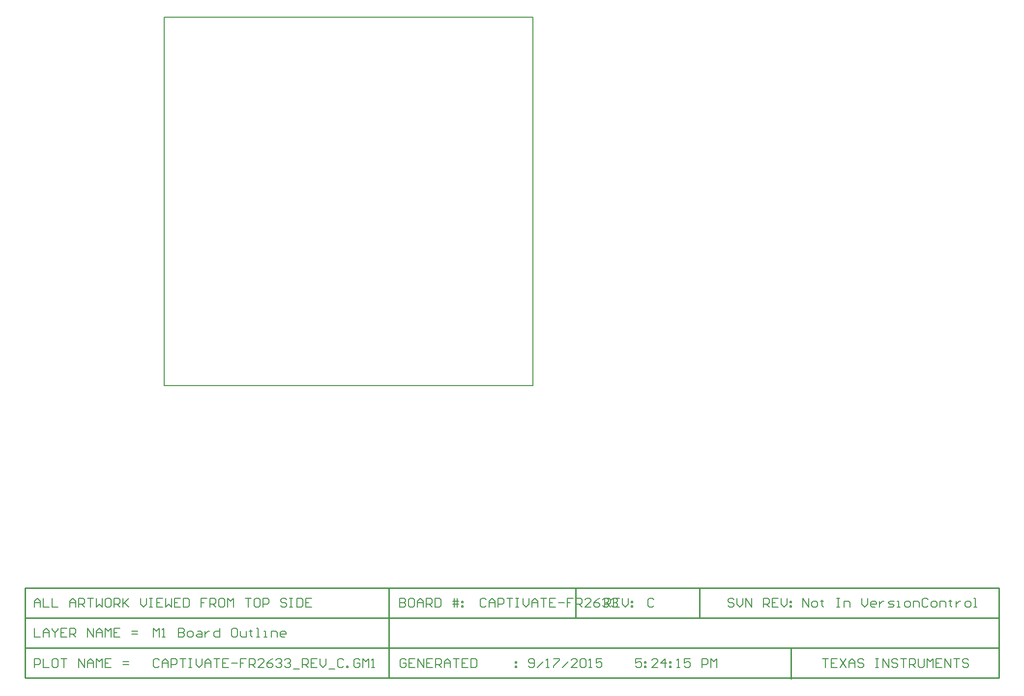
<source format=gm1>
%FSAX25Y25*%
%MOIN*%
G70*
G01*
G75*
G04 Layer_Color=7963671*
%ADD10C,0.00800*%
%ADD11C,0.00600*%
%ADD12C,0.03937*%
%ADD13R,0.02362X0.03150*%
%ADD14R,0.03937X0.03740*%
%ADD15R,0.03150X0.02362*%
%ADD16R,0.03150X0.03150*%
%ADD17R,0.03740X0.03937*%
%ADD18O,0.02362X0.00945*%
%ADD19O,0.00945X0.02362*%
%ADD20R,0.13583X0.13583*%
%ADD21R,0.03937X0.07087*%
%ADD22C,0.02000*%
%ADD23C,0.01000*%
%ADD24C,0.03000*%
%ADD25C,0.01200*%
%ADD26C,0.00787*%
%ADD27C,0.01500*%
%ADD28C,0.05000*%
%ADD29C,0.06000*%
%ADD30C,0.06496*%
%ADD31R,0.06496X0.06496*%
%ADD32C,0.08000*%
%ADD33R,0.05906X0.05906*%
%ADD34C,0.05906*%
%ADD35C,0.18110*%
%ADD36C,0.06299*%
%ADD37R,0.06496X0.06496*%
%ADD38R,0.06000X0.06000*%
%ADD39C,0.05000*%
%ADD40C,0.03400*%
%ADD41C,0.01969*%
%ADD42C,0.00984*%
%ADD43C,0.00700*%
%ADD44C,0.00050*%
%ADD45R,0.06299X0.01969*%
%ADD46R,0.05850X0.05850*%
%ADD47C,0.07874*%
%ADD48R,0.02962X0.03750*%
%ADD49R,0.04537X0.04340*%
%ADD50R,0.03750X0.02962*%
%ADD51R,0.03750X0.03750*%
%ADD52R,0.04340X0.04537*%
%ADD53O,0.02962X0.01545*%
%ADD54O,0.01545X0.02962*%
%ADD55R,0.14183X0.14183*%
%ADD56R,0.04537X0.07687*%
%ADD57C,0.06600*%
%ADD58C,0.07096*%
%ADD59R,0.07096X0.07096*%
%ADD60C,0.08600*%
%ADD61R,0.06506X0.06506*%
%ADD62C,0.06506*%
%ADD63C,0.18710*%
%ADD64C,0.06899*%
%ADD65R,0.07096X0.07096*%
%ADD66R,0.06600X0.06600*%
%ADD67C,0.02569*%
%ADD68C,0.00500*%
G54D10*
X0126900Y0067551D02*
Y0073549D01*
X0128899Y0071549D01*
X0130899Y0073549D01*
Y0067551D01*
X0132898D02*
X0134897D01*
X0133898D01*
Y0073549D01*
X0132898Y0072549D01*
X0143895Y0073549D02*
Y0067551D01*
X0146894D01*
X0147893Y0068550D01*
Y0069550D01*
X0146894Y0070550D01*
X0143895D01*
X0146894D01*
X0147893Y0071549D01*
Y0072549D01*
X0146894Y0073549D01*
X0143895D01*
X0150892Y0067551D02*
X0152892D01*
X0153891Y0068550D01*
Y0070550D01*
X0152892Y0071549D01*
X0150892D01*
X0149893Y0070550D01*
Y0068550D01*
X0150892Y0067551D01*
X0156890Y0071549D02*
X0158890D01*
X0159889Y0070550D01*
Y0067551D01*
X0156890D01*
X0155891Y0068550D01*
X0156890Y0069550D01*
X0159889D01*
X0161889Y0071549D02*
Y0067551D01*
Y0069550D01*
X0162888Y0070550D01*
X0163888Y0071549D01*
X0164888D01*
X0171885Y0073549D02*
Y0067551D01*
X0168886D01*
X0167887Y0068550D01*
Y0070550D01*
X0168886Y0071549D01*
X0171885D01*
X0182882Y0073549D02*
X0180883D01*
X0179883Y0072549D01*
Y0068550D01*
X0180883Y0067551D01*
X0182882D01*
X0183882Y0068550D01*
Y0072549D01*
X0182882Y0073549D01*
X0185881Y0071549D02*
Y0068550D01*
X0186881Y0067551D01*
X0189880D01*
Y0071549D01*
X0192879Y0072549D02*
Y0071549D01*
X0191879D01*
X0193878D01*
X0192879D01*
Y0068550D01*
X0193878Y0067551D01*
X0196877D02*
X0198877D01*
X0197877D01*
Y0073549D01*
X0196877D01*
X0201876Y0067551D02*
X0203875D01*
X0202875D01*
Y0071549D01*
X0201876D01*
X0206874Y0067551D02*
Y0071549D01*
X0209873D01*
X0210873Y0070550D01*
Y0067551D01*
X0215871D02*
X0213872D01*
X0212872Y0068550D01*
Y0070550D01*
X0213872Y0071549D01*
X0215871D01*
X0216871Y0070550D01*
Y0069550D01*
X0212872D01*
X0580500Y0052965D02*
X0584499D01*
X0582499D01*
Y0046966D01*
X0590497Y0052965D02*
X0586498D01*
Y0046966D01*
X0590497D01*
X0586498Y0049966D02*
X0588497D01*
X0592496Y0052965D02*
X0596495Y0046966D01*
Y0052965D02*
X0592496Y0046966D01*
X0598494D02*
Y0050965D01*
X0600493Y0052965D01*
X0602493Y0050965D01*
Y0046966D01*
Y0049966D01*
X0598494D01*
X0608491Y0051965D02*
X0607491Y0052965D01*
X0605492D01*
X0604492Y0051965D01*
Y0050965D01*
X0605492Y0049966D01*
X0607491D01*
X0608491Y0048966D01*
Y0047966D01*
X0607491Y0046966D01*
X0605492D01*
X0604492Y0047966D01*
X0616488Y0052965D02*
X0618488D01*
X0617488D01*
Y0046966D01*
X0616488D01*
X0618488D01*
X0621487D02*
Y0052965D01*
X0625486Y0046966D01*
Y0052965D01*
X0631484Y0051965D02*
X0630484Y0052965D01*
X0628484D01*
X0627485Y0051965D01*
Y0050965D01*
X0628484Y0049966D01*
X0630484D01*
X0631484Y0048966D01*
Y0047966D01*
X0630484Y0046966D01*
X0628484D01*
X0627485Y0047966D01*
X0633483Y0052965D02*
X0637482D01*
X0635482D01*
Y0046966D01*
X0639481D02*
Y0052965D01*
X0642480D01*
X0643480Y0051965D01*
Y0049966D01*
X0642480Y0048966D01*
X0639481D01*
X0641480D02*
X0643480Y0046966D01*
X0645479Y0052965D02*
Y0047966D01*
X0646479Y0046966D01*
X0648478D01*
X0649478Y0047966D01*
Y0052965D01*
X0651477Y0046966D02*
Y0052965D01*
X0653476Y0050965D01*
X0655476Y0052965D01*
Y0046966D01*
X0661474Y0052965D02*
X0657475D01*
Y0046966D01*
X0661474D01*
X0657475Y0049966D02*
X0659474D01*
X0663473Y0046966D02*
Y0052965D01*
X0667472Y0046966D01*
Y0052965D01*
X0669471D02*
X0673470D01*
X0671471D01*
Y0046966D01*
X0679468Y0051965D02*
X0678468Y0052965D01*
X0676469D01*
X0675469Y0051965D01*
Y0050965D01*
X0676469Y0049966D01*
X0678468D01*
X0679468Y0048966D01*
Y0047966D01*
X0678468Y0046966D01*
X0676469D01*
X0675469Y0047966D01*
X0458049Y0052965D02*
X0454050D01*
Y0049966D01*
X0456049Y0050965D01*
X0457049D01*
X0458049Y0049966D01*
Y0047966D01*
X0457049Y0046966D01*
X0455050D01*
X0454050Y0047966D01*
X0460048Y0050965D02*
X0461048D01*
Y0049966D01*
X0460048D01*
Y0050965D01*
Y0047966D02*
X0461048D01*
Y0046966D01*
X0460048D01*
Y0047966D01*
X0469045Y0046966D02*
X0465046D01*
X0469045Y0050965D01*
Y0051965D01*
X0468046Y0052965D01*
X0466046D01*
X0465046Y0051965D01*
X0474044Y0046966D02*
Y0052965D01*
X0471044Y0049966D01*
X0475043D01*
X0477043Y0050965D02*
X0478042D01*
Y0049966D01*
X0477043D01*
Y0050965D01*
Y0047966D02*
X0478042D01*
Y0046966D01*
X0477043D01*
Y0047966D01*
X0482041Y0046966D02*
X0484040D01*
X0483041D01*
Y0052965D01*
X0482041Y0051965D01*
X0491038Y0052965D02*
X0487039D01*
Y0049966D01*
X0489039Y0050965D01*
X0490038D01*
X0491038Y0049966D01*
Y0047966D01*
X0490038Y0046966D01*
X0488039D01*
X0487039Y0047966D01*
X0499035Y0046966D02*
Y0052965D01*
X0502035D01*
X0503034Y0051965D01*
Y0049966D01*
X0502035Y0048966D01*
X0499035D01*
X0505033Y0046966D02*
Y0052965D01*
X0507033Y0050965D01*
X0509032Y0052965D01*
Y0046966D01*
X0046350D02*
Y0052965D01*
X0049349D01*
X0050349Y0051965D01*
Y0049966D01*
X0049349Y0048966D01*
X0046350D01*
X0052348Y0052965D02*
Y0046966D01*
X0056347D01*
X0061345Y0052965D02*
X0059346D01*
X0058346Y0051965D01*
Y0047966D01*
X0059346Y0046966D01*
X0061345D01*
X0062345Y0047966D01*
Y0051965D01*
X0061345Y0052965D01*
X0064344D02*
X0068343D01*
X0066343D01*
Y0046966D01*
X0076340D02*
Y0052965D01*
X0080339Y0046966D01*
Y0052965D01*
X0082338Y0046966D02*
Y0050965D01*
X0084338Y0052965D01*
X0086337Y0050965D01*
Y0046966D01*
Y0049966D01*
X0082338D01*
X0088336Y0046966D02*
Y0052965D01*
X0090336Y0050965D01*
X0092335Y0052965D01*
Y0046966D01*
X0098333Y0052965D02*
X0094335D01*
Y0046966D01*
X0098333D01*
X0094335Y0049966D02*
X0096334D01*
X0106331Y0048966D02*
X0110329D01*
X0106331Y0050965D02*
X0110329D01*
X0046350Y0073549D02*
Y0067551D01*
X0050349D01*
X0052348D02*
Y0071549D01*
X0054347Y0073549D01*
X0056347Y0071549D01*
Y0067551D01*
Y0070550D01*
X0052348D01*
X0058346Y0073549D02*
Y0072549D01*
X0060346Y0070550D01*
X0062345Y0072549D01*
Y0073549D01*
X0060346Y0070550D02*
Y0067551D01*
X0068343Y0073549D02*
X0064344D01*
Y0067551D01*
X0068343D01*
X0064344Y0070550D02*
X0066343D01*
X0070342Y0067551D02*
Y0073549D01*
X0073341D01*
X0074341Y0072549D01*
Y0070550D01*
X0073341Y0069550D01*
X0070342D01*
X0072342D02*
X0074341Y0067551D01*
X0082338D02*
Y0073549D01*
X0086337Y0067551D01*
Y0073549D01*
X0088336Y0067551D02*
Y0071549D01*
X0090336Y0073549D01*
X0092335Y0071549D01*
Y0067551D01*
Y0070550D01*
X0088336D01*
X0094335Y0067551D02*
Y0073549D01*
X0096334Y0071549D01*
X0098333Y0073549D01*
Y0067551D01*
X0104331Y0073549D02*
X0100332D01*
Y0067551D01*
X0104331D01*
X0100332Y0070550D02*
X0102332D01*
X0112329Y0069550D02*
X0116327D01*
X0112329Y0071549D02*
X0116327D01*
X0294000Y0093831D02*
Y0087833D01*
X0296999D01*
X0297999Y0088833D01*
Y0089833D01*
X0296999Y0090832D01*
X0294000D01*
X0296999D01*
X0297999Y0091832D01*
Y0092832D01*
X0296999Y0093831D01*
X0294000D01*
X0302997D02*
X0300998D01*
X0299998Y0092832D01*
Y0088833D01*
X0300998Y0087833D01*
X0302997D01*
X0303997Y0088833D01*
Y0092832D01*
X0302997Y0093831D01*
X0305996Y0087833D02*
Y0091832D01*
X0307996Y0093831D01*
X0309995Y0091832D01*
Y0087833D01*
Y0090832D01*
X0305996D01*
X0311994Y0087833D02*
Y0093831D01*
X0314993D01*
X0315993Y0092832D01*
Y0090832D01*
X0314993Y0089833D01*
X0311994D01*
X0313994D02*
X0315993Y0087833D01*
X0317992Y0093831D02*
Y0087833D01*
X0320991D01*
X0321991Y0088833D01*
Y0092832D01*
X0320991Y0093831D01*
X0317992D01*
X0330988Y0087833D02*
Y0093831D01*
X0332987D02*
Y0087833D01*
X0329988Y0091832D02*
X0332987D01*
X0333987D01*
X0329988Y0089833D02*
X0333987D01*
X0335986Y0091832D02*
X0336986D01*
Y0090832D01*
X0335986D01*
Y0091832D01*
Y0088833D02*
X0336986D01*
Y0087833D01*
X0335986D01*
Y0088833D01*
X0352549Y0092832D02*
X0351549Y0093831D01*
X0349550D01*
X0348550Y0092832D01*
Y0088833D01*
X0349550Y0087833D01*
X0351549D01*
X0352549Y0088833D01*
X0354548Y0087833D02*
Y0091832D01*
X0356547Y0093831D01*
X0358547Y0091832D01*
Y0087833D01*
Y0090832D01*
X0354548D01*
X0360546Y0087833D02*
Y0093831D01*
X0363545D01*
X0364545Y0092832D01*
Y0090832D01*
X0363545Y0089833D01*
X0360546D01*
X0366544Y0093831D02*
X0370543D01*
X0368544D01*
Y0087833D01*
X0372542Y0093831D02*
X0374542D01*
X0373542D01*
Y0087833D01*
X0372542D01*
X0374542D01*
X0377541Y0093831D02*
Y0089833D01*
X0379540Y0087833D01*
X0381539Y0089833D01*
Y0093831D01*
X0383539Y0087833D02*
Y0091832D01*
X0385538Y0093831D01*
X0387537Y0091832D01*
Y0087833D01*
Y0090832D01*
X0383539D01*
X0389537Y0093831D02*
X0393535D01*
X0391536D01*
Y0087833D01*
X0399534Y0093831D02*
X0395535D01*
Y0087833D01*
X0399534D01*
X0395535Y0090832D02*
X0397534D01*
X0401533D02*
X0405532D01*
X0411530Y0093831D02*
X0407531D01*
Y0090832D01*
X0409530D01*
X0407531D01*
Y0087833D01*
X0413529D02*
Y0093831D01*
X0416528D01*
X0417528Y0092832D01*
Y0090832D01*
X0416528Y0089833D01*
X0413529D01*
X0415528D02*
X0417528Y0087833D01*
X0423526D02*
X0419527D01*
X0423526Y0091832D01*
Y0092832D01*
X0422526Y0093831D01*
X0420527D01*
X0419527Y0092832D01*
X0429524Y0093831D02*
X0427524Y0092832D01*
X0425525Y0090832D01*
Y0088833D01*
X0426525Y0087833D01*
X0428524D01*
X0429524Y0088833D01*
Y0089833D01*
X0428524Y0090832D01*
X0425525D01*
X0431523Y0092832D02*
X0432523Y0093831D01*
X0434522D01*
X0435522Y0092832D01*
Y0091832D01*
X0434522Y0090832D01*
X0433523D01*
X0434522D01*
X0435522Y0089833D01*
Y0088833D01*
X0434522Y0087833D01*
X0432523D01*
X0431523Y0088833D01*
X0437521Y0092832D02*
X0438521Y0093831D01*
X0440520D01*
X0441520Y0092832D01*
Y0091832D01*
X0440520Y0090832D01*
X0439521D01*
X0440520D01*
X0441520Y0089833D01*
Y0088833D01*
X0440520Y0087833D01*
X0438521D01*
X0437521Y0088833D01*
X0466149Y0092832D02*
X0465149Y0093831D01*
X0463150D01*
X0462150Y0092832D01*
Y0088833D01*
X0463150Y0087833D01*
X0465149D01*
X0466149Y0088833D01*
X0046350Y0087833D02*
Y0091832D01*
X0048349Y0093831D01*
X0050349Y0091832D01*
Y0087833D01*
Y0090832D01*
X0046350D01*
X0052348Y0093831D02*
Y0087833D01*
X0056347D01*
X0058346Y0093831D02*
Y0087833D01*
X0062345D01*
X0070342D02*
Y0091832D01*
X0072342Y0093831D01*
X0074341Y0091832D01*
Y0087833D01*
Y0090832D01*
X0070342D01*
X0076340Y0087833D02*
Y0093831D01*
X0079339D01*
X0080339Y0092832D01*
Y0090832D01*
X0079339Y0089833D01*
X0076340D01*
X0078340D02*
X0080339Y0087833D01*
X0082338Y0093831D02*
X0086337D01*
X0084338D01*
Y0087833D01*
X0088336Y0093831D02*
Y0087833D01*
X0090336Y0089833D01*
X0092335Y0087833D01*
Y0093831D01*
X0097334D02*
X0095334D01*
X0094335Y0092832D01*
Y0088833D01*
X0095334Y0087833D01*
X0097334D01*
X0098333Y0088833D01*
Y0092832D01*
X0097334Y0093831D01*
X0100332Y0087833D02*
Y0093831D01*
X0103332D01*
X0104331Y0092832D01*
Y0090832D01*
X0103332Y0089833D01*
X0100332D01*
X0102332D02*
X0104331Y0087833D01*
X0106331Y0093831D02*
Y0087833D01*
Y0089833D01*
X0110329Y0093831D01*
X0107330Y0090832D01*
X0110329Y0087833D01*
X0118327Y0093831D02*
Y0089833D01*
X0120326Y0087833D01*
X0122325Y0089833D01*
Y0093831D01*
X0124325D02*
X0126324D01*
X0125324D01*
Y0087833D01*
X0124325D01*
X0126324D01*
X0133322Y0093831D02*
X0129323D01*
Y0087833D01*
X0133322D01*
X0129323Y0090832D02*
X0131323D01*
X0135321Y0093831D02*
Y0087833D01*
X0137321Y0089833D01*
X0139320Y0087833D01*
Y0093831D01*
X0145318D02*
X0141319D01*
Y0087833D01*
X0145318D01*
X0141319Y0090832D02*
X0143319D01*
X0147317Y0093831D02*
Y0087833D01*
X0150316D01*
X0151316Y0088833D01*
Y0092832D01*
X0150316Y0093831D01*
X0147317D01*
X0163312D02*
X0159313D01*
Y0090832D01*
X0161313D01*
X0159313D01*
Y0087833D01*
X0165312D02*
Y0093831D01*
X0168310D01*
X0169310Y0092832D01*
Y0090832D01*
X0168310Y0089833D01*
X0165312D01*
X0167311D02*
X0169310Y0087833D01*
X0174309Y0093831D02*
X0172309D01*
X0171310Y0092832D01*
Y0088833D01*
X0172309Y0087833D01*
X0174309D01*
X0175308Y0088833D01*
Y0092832D01*
X0174309Y0093831D01*
X0177308Y0087833D02*
Y0093831D01*
X0179307Y0091832D01*
X0181306Y0093831D01*
Y0087833D01*
X0189304Y0093831D02*
X0193303D01*
X0191303D01*
Y0087833D01*
X0198301Y0093831D02*
X0196301D01*
X0195302Y0092832D01*
Y0088833D01*
X0196301Y0087833D01*
X0198301D01*
X0199301Y0088833D01*
Y0092832D01*
X0198301Y0093831D01*
X0201300Y0087833D02*
Y0093831D01*
X0204299D01*
X0205299Y0092832D01*
Y0090832D01*
X0204299Y0089833D01*
X0201300D01*
X0217295Y0092832D02*
X0216295Y0093831D01*
X0214296D01*
X0213296Y0092832D01*
Y0091832D01*
X0214296Y0090832D01*
X0216295D01*
X0217295Y0089833D01*
Y0088833D01*
X0216295Y0087833D01*
X0214296D01*
X0213296Y0088833D01*
X0219294Y0093831D02*
X0221293D01*
X0220294D01*
Y0087833D01*
X0219294D01*
X0221293D01*
X0224292Y0093831D02*
Y0087833D01*
X0227291D01*
X0228291Y0088833D01*
Y0092832D01*
X0227291Y0093831D01*
X0224292D01*
X0234289D02*
X0230291D01*
Y0087833D01*
X0234289D01*
X0230291Y0090832D02*
X0232290D01*
X0298199Y0051965D02*
X0297199Y0052965D01*
X0295200D01*
X0294200Y0051965D01*
Y0047966D01*
X0295200Y0046966D01*
X0297199D01*
X0298199Y0047966D01*
Y0049966D01*
X0296199D01*
X0304197Y0052965D02*
X0300198D01*
Y0046966D01*
X0304197D01*
X0300198Y0049966D02*
X0302197D01*
X0306196Y0046966D02*
Y0052965D01*
X0310195Y0046966D01*
Y0052965D01*
X0316193D02*
X0312194D01*
Y0046966D01*
X0316193D01*
X0312194Y0049966D02*
X0314194D01*
X0318192Y0046966D02*
Y0052965D01*
X0321191D01*
X0322191Y0051965D01*
Y0049966D01*
X0321191Y0048966D01*
X0318192D01*
X0320192D02*
X0322191Y0046966D01*
X0324190D02*
Y0050965D01*
X0326190Y0052965D01*
X0328189Y0050965D01*
Y0046966D01*
Y0049966D01*
X0324190D01*
X0330188Y0052965D02*
X0334187D01*
X0332188D01*
Y0046966D01*
X0340185Y0052965D02*
X0336186D01*
Y0046966D01*
X0340185D01*
X0336186Y0049966D02*
X0338186D01*
X0342184Y0052965D02*
Y0046966D01*
X0345183D01*
X0346183Y0047966D01*
Y0051965D01*
X0345183Y0052965D01*
X0342184D01*
X0372175Y0050965D02*
X0373175D01*
Y0049966D01*
X0372175D01*
Y0050965D01*
Y0047966D02*
X0373175D01*
Y0046966D01*
X0372175D01*
Y0047966D01*
X0381150D02*
X0382150Y0046966D01*
X0384149D01*
X0385149Y0047966D01*
Y0051965D01*
X0384149Y0052965D01*
X0382150D01*
X0381150Y0051965D01*
Y0050965D01*
X0382150Y0049966D01*
X0385149D01*
X0387148Y0046966D02*
X0391147Y0050965D01*
X0393146Y0046966D02*
X0395146D01*
X0394146D01*
Y0052965D01*
X0393146Y0051965D01*
X0398145Y0052965D02*
X0402143D01*
Y0051965D01*
X0398145Y0047966D01*
Y0046966D01*
X0404143D02*
X0408141Y0050965D01*
X0414139Y0046966D02*
X0410141D01*
X0414139Y0050965D01*
Y0051965D01*
X0413140Y0052965D01*
X0411140D01*
X0410141Y0051965D01*
X0416139D02*
X0417138Y0052965D01*
X0419138D01*
X0420137Y0051965D01*
Y0047966D01*
X0419138Y0046966D01*
X0417138D01*
X0416139Y0047966D01*
Y0051965D01*
X0422137Y0046966D02*
X0424136D01*
X0423136D01*
Y0052965D01*
X0422137Y0051965D01*
X0431134Y0052965D02*
X0427135D01*
Y0049966D01*
X0429135Y0050965D01*
X0430134D01*
X0431134Y0049966D01*
Y0047966D01*
X0430134Y0046966D01*
X0428135D01*
X0427135Y0047966D01*
X0130899Y0051965D02*
X0129899Y0052965D01*
X0127900D01*
X0126900Y0051965D01*
Y0047966D01*
X0127900Y0046966D01*
X0129899D01*
X0130899Y0047966D01*
X0132898Y0046966D02*
Y0050965D01*
X0134897Y0052965D01*
X0136897Y0050965D01*
Y0046966D01*
Y0049966D01*
X0132898D01*
X0138896Y0046966D02*
Y0052965D01*
X0141895D01*
X0142895Y0051965D01*
Y0049966D01*
X0141895Y0048966D01*
X0138896D01*
X0144894Y0052965D02*
X0148893D01*
X0146894D01*
Y0046966D01*
X0150892Y0052965D02*
X0152892D01*
X0151892D01*
Y0046966D01*
X0150892D01*
X0152892D01*
X0155891Y0052965D02*
Y0048966D01*
X0157890Y0046966D01*
X0159889Y0048966D01*
Y0052965D01*
X0161889Y0046966D02*
Y0050965D01*
X0163888Y0052965D01*
X0165887Y0050965D01*
Y0046966D01*
Y0049966D01*
X0161889D01*
X0167887Y0052965D02*
X0171885D01*
X0169886D01*
Y0046966D01*
X0177884Y0052965D02*
X0173885D01*
Y0046966D01*
X0177884D01*
X0173885Y0049966D02*
X0175884D01*
X0179883D02*
X0183882D01*
X0189880Y0052965D02*
X0185881D01*
Y0049966D01*
X0187880D01*
X0185881D01*
Y0046966D01*
X0191879D02*
Y0052965D01*
X0194878D01*
X0195878Y0051965D01*
Y0049966D01*
X0194878Y0048966D01*
X0191879D01*
X0193878D02*
X0195878Y0046966D01*
X0201876D02*
X0197877D01*
X0201876Y0050965D01*
Y0051965D01*
X0200876Y0052965D01*
X0198877D01*
X0197877Y0051965D01*
X0207874Y0052965D02*
X0205874Y0051965D01*
X0203875Y0049966D01*
Y0047966D01*
X0204875Y0046966D01*
X0206874D01*
X0207874Y0047966D01*
Y0048966D01*
X0206874Y0049966D01*
X0203875D01*
X0209873Y0051965D02*
X0210873Y0052965D01*
X0212872D01*
X0213872Y0051965D01*
Y0050965D01*
X0212872Y0049966D01*
X0211873D01*
X0212872D01*
X0213872Y0048966D01*
Y0047966D01*
X0212872Y0046966D01*
X0210873D01*
X0209873Y0047966D01*
X0215871Y0051965D02*
X0216871Y0052965D01*
X0218870D01*
X0219870Y0051965D01*
Y0050965D01*
X0218870Y0049966D01*
X0217871D01*
X0218870D01*
X0219870Y0048966D01*
Y0047966D01*
X0218870Y0046966D01*
X0216871D01*
X0215871Y0047966D01*
X0221869Y0045967D02*
X0225868D01*
X0227867Y0046966D02*
Y0052965D01*
X0230866D01*
X0231866Y0051965D01*
Y0049966D01*
X0230866Y0048966D01*
X0227867D01*
X0229867D02*
X0231866Y0046966D01*
X0237864Y0052965D02*
X0233865D01*
Y0046966D01*
X0237864D01*
X0233865Y0049966D02*
X0235865D01*
X0239863Y0052965D02*
Y0048966D01*
X0241863Y0046966D01*
X0243862Y0048966D01*
Y0052965D01*
X0245862Y0045967D02*
X0249860D01*
X0255858Y0051965D02*
X0254859Y0052965D01*
X0252859D01*
X0251860Y0051965D01*
Y0047966D01*
X0252859Y0046966D01*
X0254859D01*
X0255858Y0047966D01*
X0257858Y0046966D02*
Y0047966D01*
X0258857D01*
Y0046966D01*
X0257858D01*
X0266855Y0051965D02*
X0265855Y0052965D01*
X0263856D01*
X0262856Y0051965D01*
Y0047966D01*
X0263856Y0046966D01*
X0265855D01*
X0266855Y0047966D01*
Y0049966D01*
X0264855D01*
X0268854Y0046966D02*
Y0052965D01*
X0270853Y0050965D01*
X0272853Y0052965D01*
Y0046966D01*
X0274852D02*
X0276852D01*
X0275852D01*
Y0052965D01*
X0274852Y0051965D01*
X0433000Y0087833D02*
Y0093831D01*
X0435999D01*
X0436999Y0092832D01*
Y0090832D01*
X0435999Y0089833D01*
X0433000D01*
X0434999D02*
X0436999Y0087833D01*
X0442997Y0093831D02*
X0438998D01*
Y0087833D01*
X0442997D01*
X0438998Y0090832D02*
X0440997D01*
X0444996Y0093831D02*
Y0089833D01*
X0446995Y0087833D01*
X0448995Y0089833D01*
Y0093831D01*
X0450994Y0091832D02*
X0451994D01*
Y0090832D01*
X0450994D01*
Y0091832D01*
Y0088833D02*
X0451994D01*
Y0087833D01*
X0450994D01*
Y0088833D01*
X0520799Y0092832D02*
X0519799Y0093831D01*
X0517800D01*
X0516800Y0092832D01*
Y0091832D01*
X0517800Y0090832D01*
X0519799D01*
X0520799Y0089833D01*
Y0088833D01*
X0519799Y0087833D01*
X0517800D01*
X0516800Y0088833D01*
X0522798Y0093831D02*
Y0089833D01*
X0524797Y0087833D01*
X0526797Y0089833D01*
Y0093831D01*
X0528796Y0087833D02*
Y0093831D01*
X0532795Y0087833D01*
Y0093831D01*
X0540792Y0087833D02*
Y0093831D01*
X0543791D01*
X0544791Y0092832D01*
Y0090832D01*
X0543791Y0089833D01*
X0540792D01*
X0542792D02*
X0544791Y0087833D01*
X0550789Y0093831D02*
X0546790D01*
Y0087833D01*
X0550789D01*
X0546790Y0090832D02*
X0548790D01*
X0552788Y0093831D02*
Y0089833D01*
X0554788Y0087833D01*
X0556787Y0089833D01*
Y0093831D01*
X0558786Y0091832D02*
X0559786D01*
Y0090832D01*
X0558786D01*
Y0091832D01*
Y0088833D02*
X0559786D01*
Y0087833D01*
X0558786D01*
Y0088833D01*
X0567400Y0087833D02*
Y0093831D01*
X0571399Y0087833D01*
Y0093831D01*
X0574398Y0087833D02*
X0576397D01*
X0577397Y0088833D01*
Y0090832D01*
X0576397Y0091832D01*
X0574398D01*
X0573398Y0090832D01*
Y0088833D01*
X0574398Y0087833D01*
X0580396Y0092832D02*
Y0091832D01*
X0579396D01*
X0581395D01*
X0580396D01*
Y0088833D01*
X0581395Y0087833D01*
X0590393Y0093831D02*
X0592392D01*
X0591392D01*
Y0087833D01*
X0590393D01*
X0592392D01*
X0595391D02*
Y0091832D01*
X0598390D01*
X0599390Y0090832D01*
Y0087833D01*
X0607387Y0093831D02*
Y0089833D01*
X0609386Y0087833D01*
X0611386Y0089833D01*
Y0093831D01*
X0616384Y0087833D02*
X0614385D01*
X0613385Y0088833D01*
Y0090832D01*
X0614385Y0091832D01*
X0616384D01*
X0617384Y0090832D01*
Y0089833D01*
X0613385D01*
X0619383Y0091832D02*
Y0087833D01*
Y0089833D01*
X0620383Y0090832D01*
X0621383Y0091832D01*
X0622382D01*
X0625381Y0087833D02*
X0628380D01*
X0629380Y0088833D01*
X0628380Y0089833D01*
X0626381D01*
X0625381Y0090832D01*
X0626381Y0091832D01*
X0629380D01*
X0631379Y0087833D02*
X0633379D01*
X0632379D01*
Y0091832D01*
X0631379D01*
X0637377Y0087833D02*
X0639377D01*
X0640376Y0088833D01*
Y0090832D01*
X0639377Y0091832D01*
X0637377D01*
X0636378Y0090832D01*
Y0088833D01*
X0637377Y0087833D01*
X0642376D02*
Y0091832D01*
X0645375D01*
X0646374Y0090832D01*
Y0087833D01*
X0652373Y0092832D02*
X0651373Y0093831D01*
X0649373D01*
X0648374Y0092832D01*
Y0088833D01*
X0649373Y0087833D01*
X0651373D01*
X0652373Y0088833D01*
X0655372Y0087833D02*
X0657371D01*
X0658371Y0088833D01*
Y0090832D01*
X0657371Y0091832D01*
X0655372D01*
X0654372Y0090832D01*
Y0088833D01*
X0655372Y0087833D01*
X0660370D02*
Y0091832D01*
X0663369D01*
X0664369Y0090832D01*
Y0087833D01*
X0667368Y0092832D02*
Y0091832D01*
X0666368D01*
X0668367D01*
X0667368D01*
Y0088833D01*
X0668367Y0087833D01*
X0671366Y0091832D02*
Y0087833D01*
Y0089833D01*
X0672366Y0090832D01*
X0673366Y0091832D01*
X0674365D01*
X0678364Y0087833D02*
X0680364D01*
X0681363Y0088833D01*
Y0090832D01*
X0680364Y0091832D01*
X0678364D01*
X0677364Y0090832D01*
Y0088833D01*
X0678364Y0087833D01*
X0683362D02*
X0685362D01*
X0684362D01*
Y0093831D01*
X0683362D01*
G54D23*
X0559400Y0039400D02*
Y0059683D01*
X0440500Y0040050D02*
X0700200D01*
Y0101050D01*
X0286500Y0040050D02*
Y0101050D01*
X0040000Y0040050D02*
Y0101050D01*
X0040050Y0040050D02*
X0197600D01*
X0040050D02*
Y0101050D01*
Y0101050D02*
X0700200D01*
X0040000Y0040050D02*
X0440500D01*
X0040000Y0060383D02*
X0700000D01*
X0040000Y0080717D02*
X0700200D01*
X0413200D02*
Y0101050D01*
X0497200Y0080717D02*
Y0101050D01*
G54D68*
X0134200Y0238400D02*
Y0488400D01*
X0384200D01*
Y0238400D02*
Y0488400D01*
X0134200Y0238400D02*
X0384200D01*
M02*

</source>
